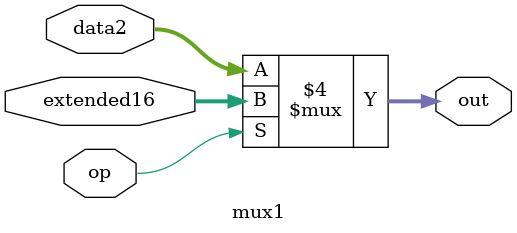
<source format=v>
`timescale 1ns / 1ps
module mux1(
       input [31:0] extended16,data2,
       input op,
       output reg [31:0] out

    );
    
  always @ (*)
   if (op == 0)
    out = data2;
   else 
    out = extended16;
endmodule

</source>
